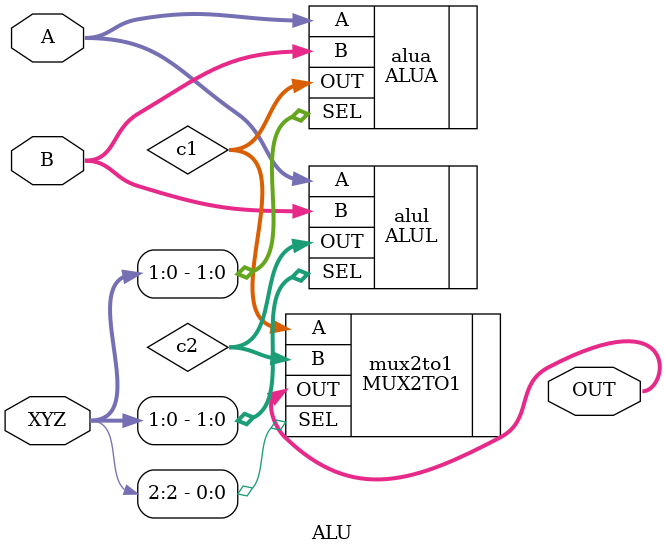
<source format=v>
module ALU (
    input [7:0] A, //8 bit input
    input [7:0] B, //8 bit input
    input [2:0] XYZ,
    output [7:0] OUT
);
    wire [7:0] c1, c2;
    ALUA alua(.A(A), .B(B), .SEL({XYZ[1], XYZ[0]}), .OUT(c1) );
    ALUL alul(.A(A), .B(B), .SEL({XYZ[1], XYZ[0]}), .OUT(c2) );
    MUX2TO1 mux2to1 (.A(c1), .B(c2), .SEL(XYZ[2]), .OUT(OUT) );
endmodule

</source>
